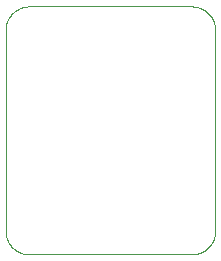
<source format=gbr>
%TF.GenerationSoftware,Flux,Pcbnew,7.0.11-7.0.11~ubuntu20.04.1*%
%TF.CreationDate,2025-02-07T02:19:33+00:00*%
%TF.ProjectId,input,696e7075-742e-46b6-9963-61645f706362,rev?*%
%TF.SameCoordinates,Original*%
%TF.FileFunction,Profile,NP*%
%FSLAX46Y46*%
G04 Gerber Fmt 4.6, Leading zero omitted, Abs format (unit mm)*
G04 Filename: imu-plus-motor-driver-2*
G04 Build it with Flux! Visit our site at: https://www.flux.ai (PCBNEW 7.0.11-7.0.11~ubuntu20.04.1) date 2025-02-07 02:19:33*
%MOMM*%
%LPD*%
G01*
G04 APERTURE LIST*
%TA.AperFunction,Profile*%
%ADD10C,0.050000*%
%TD*%
G04 APERTURE END LIST*
D10*
X-9113400Y-7855400D02*
X-9137943Y-7855249D01*
X-9137943Y-7855249D02*
X-9162482Y-7854798D01*
X-9162482Y-7854798D02*
X-9187014Y-7854045D01*
X-9187014Y-7854045D02*
X-9211535Y-7852991D01*
X-9211535Y-7852991D02*
X-9236041Y-7851636D01*
X-9236041Y-7851636D02*
X-9260529Y-7849981D01*
X-9260529Y-7849981D02*
X-9284995Y-7848025D01*
X-9284995Y-7848025D02*
X-9309434Y-7845769D01*
X-9309434Y-7845769D02*
X-9333844Y-7843214D01*
X-9333844Y-7843214D02*
X-9358221Y-7840359D01*
X-9358221Y-7840359D02*
X-9382561Y-7837205D01*
X-9382561Y-7837205D02*
X-9406861Y-7833753D01*
X-9406861Y-7833753D02*
X-9431116Y-7830003D01*
X-9431116Y-7830003D02*
X-9455324Y-7825955D01*
X-9455324Y-7825955D02*
X-9479480Y-7821611D01*
X-9479480Y-7821611D02*
X-9503581Y-7816971D01*
X-9503581Y-7816971D02*
X-9527623Y-7812035D01*
X-9527623Y-7812035D02*
X-9551602Y-7806804D01*
X-9551602Y-7806804D02*
X-9575516Y-7801280D01*
X-9575516Y-7801280D02*
X-9599360Y-7795463D01*
X-9599360Y-7795463D02*
X-9623131Y-7789353D01*
X-9623131Y-7789353D02*
X-9646826Y-7782952D01*
X-9646826Y-7782952D02*
X-9670439Y-7776261D01*
X-9670439Y-7776261D02*
X-9693969Y-7769281D01*
X-9693969Y-7769281D02*
X-9717412Y-7762012D01*
X-9717412Y-7762012D02*
X-9740763Y-7754456D01*
X-9740763Y-7754456D02*
X-9764021Y-7746615D01*
X-9764021Y-7746615D02*
X-9787180Y-7738488D01*
X-9787180Y-7738488D02*
X-9810237Y-7730078D01*
X-9810237Y-7730078D02*
X-9833190Y-7721386D01*
X-9833190Y-7721386D02*
X-9856034Y-7712412D01*
X-9856034Y-7712412D02*
X-9878767Y-7703159D01*
X-9878767Y-7703159D02*
X-9901384Y-7693628D01*
X-9901384Y-7693628D02*
X-9923883Y-7683820D01*
X-9923883Y-7683820D02*
X-9946259Y-7673736D01*
X-9946259Y-7673736D02*
X-9968510Y-7663379D01*
X-9968510Y-7663379D02*
X-9990632Y-7652749D01*
X-9990632Y-7652749D02*
X-10012623Y-7641849D01*
X-10012623Y-7641849D02*
X-10034477Y-7630679D01*
X-10034477Y-7630679D02*
X-10056193Y-7619243D01*
X-10056193Y-7619243D02*
X-10077768Y-7607540D01*
X-10077768Y-7607540D02*
X-10099196Y-7595574D01*
X-10099196Y-7595574D02*
X-10120477Y-7583346D01*
X-10120477Y-7583346D02*
X-10141605Y-7570857D01*
X-10141605Y-7570857D02*
X-10162579Y-7558110D01*
X-10162579Y-7558110D02*
X-10183395Y-7545107D01*
X-10183395Y-7545107D02*
X-10204050Y-7531849D01*
X-10204050Y-7531849D02*
X-10224540Y-7518339D01*
X-10224540Y-7518339D02*
X-10244864Y-7504579D01*
X-10244864Y-7504579D02*
X-10265016Y-7490570D01*
X-10265016Y-7490570D02*
X-10284996Y-7476314D01*
X-10284996Y-7476314D02*
X-10304799Y-7461815D01*
X-10304799Y-7461815D02*
X-10324422Y-7447074D01*
X-10324422Y-7447074D02*
X-10343863Y-7432093D01*
X-10343863Y-7432093D02*
X-10363119Y-7416874D01*
X-10363119Y-7416874D02*
X-10382187Y-7401421D01*
X-10382187Y-7401421D02*
X-10401063Y-7385735D01*
X-10401063Y-7385735D02*
X-10419746Y-7369818D01*
X-10419746Y-7369818D02*
X-10438232Y-7353673D01*
X-10438232Y-7353673D02*
X-10456518Y-7337302D01*
X-10456518Y-7337302D02*
X-10474602Y-7320709D01*
X-10474602Y-7320709D02*
X-10492481Y-7303894D01*
X-10492481Y-7303894D02*
X-10510152Y-7286862D01*
X-10510152Y-7286862D02*
X-10527614Y-7269614D01*
X-10527614Y-7269614D02*
X-10544862Y-7252152D01*
X-10544862Y-7252152D02*
X-10561894Y-7234481D01*
X-10561894Y-7234481D02*
X-10578709Y-7216602D01*
X-10578709Y-7216602D02*
X-10595302Y-7198518D01*
X-10595302Y-7198518D02*
X-10611673Y-7180232D01*
X-10611673Y-7180232D02*
X-10627818Y-7161746D01*
X-10627818Y-7161746D02*
X-10643735Y-7143063D01*
X-10643735Y-7143063D02*
X-10659421Y-7124187D01*
X-10659421Y-7124187D02*
X-10674874Y-7105119D01*
X-10674874Y-7105119D02*
X-10690093Y-7085863D01*
X-10690093Y-7085863D02*
X-10705074Y-7066422D01*
X-10705074Y-7066422D02*
X-10719815Y-7046799D01*
X-10719815Y-7046799D02*
X-10734314Y-7026996D01*
X-10734314Y-7026996D02*
X-10748570Y-7007016D01*
X-10748570Y-7007016D02*
X-10762579Y-6986864D01*
X-10762579Y-6986864D02*
X-10776339Y-6966540D01*
X-10776339Y-6966540D02*
X-10789849Y-6946050D01*
X-10789849Y-6946050D02*
X-10803107Y-6925395D01*
X-10803107Y-6925395D02*
X-10816110Y-6904579D01*
X-10816110Y-6904579D02*
X-10828857Y-6883605D01*
X-10828857Y-6883605D02*
X-10841346Y-6862477D01*
X-10841346Y-6862477D02*
X-10853574Y-6841196D01*
X-10853574Y-6841196D02*
X-10865540Y-6819768D01*
X-10865540Y-6819768D02*
X-10877243Y-6798193D01*
X-10877243Y-6798193D02*
X-10888679Y-6776477D01*
X-10888679Y-6776477D02*
X-10899849Y-6754623D01*
X-10899849Y-6754623D02*
X-10910749Y-6732632D01*
X-10910749Y-6732632D02*
X-10921379Y-6710510D01*
X-10921379Y-6710510D02*
X-10931736Y-6688259D01*
X-10931736Y-6688259D02*
X-10941820Y-6665883D01*
X-10941820Y-6665883D02*
X-10951628Y-6643384D01*
X-10951628Y-6643384D02*
X-10961159Y-6620767D01*
X-10961159Y-6620767D02*
X-10970412Y-6598034D01*
X-10970412Y-6598034D02*
X-10979386Y-6575190D01*
X-10979386Y-6575190D02*
X-10988078Y-6552237D01*
X-10988078Y-6552237D02*
X-10996488Y-6529180D01*
X-10996488Y-6529180D02*
X-11004615Y-6506021D01*
X-11004615Y-6506021D02*
X-11012456Y-6482763D01*
X-11012456Y-6482763D02*
X-11020012Y-6459412D01*
X-11020012Y-6459412D02*
X-11027281Y-6435969D01*
X-11027281Y-6435969D02*
X-11034261Y-6412439D01*
X-11034261Y-6412439D02*
X-11040952Y-6388826D01*
X-11040952Y-6388826D02*
X-11047353Y-6365131D01*
X-11047353Y-6365131D02*
X-11053463Y-6341360D01*
X-11053463Y-6341360D02*
X-11059280Y-6317516D01*
X-11059280Y-6317516D02*
X-11064804Y-6293602D01*
X-11064804Y-6293602D02*
X-11070035Y-6269623D01*
X-11070035Y-6269623D02*
X-11074971Y-6245581D01*
X-11074971Y-6245581D02*
X-11079611Y-6221480D01*
X-11079611Y-6221480D02*
X-11083955Y-6197324D01*
X-11083955Y-6197324D02*
X-11088003Y-6173116D01*
X-11088003Y-6173116D02*
X-11091753Y-6148861D01*
X-11091753Y-6148861D02*
X-11095205Y-6124561D01*
X-11095205Y-6124561D02*
X-11098359Y-6100221D01*
X-11098359Y-6100221D02*
X-11101214Y-6075844D01*
X-11101214Y-6075844D02*
X-11103769Y-6051434D01*
X-11103769Y-6051434D02*
X-11106025Y-6026995D01*
X-11106025Y-6026995D02*
X-11107981Y-6002529D01*
X-11107981Y-6002529D02*
X-11109636Y-5978041D01*
X-11109636Y-5978041D02*
X-11110991Y-5953535D01*
X-11110991Y-5953535D02*
X-11112045Y-5929014D01*
X-11112045Y-5929014D02*
X-11112798Y-5904482D01*
X-11112798Y-5904482D02*
X-11113249Y-5879943D01*
X-11113249Y-5879943D02*
X-11113400Y-5855400D01*
X-11113400Y-5855400D02*
X-11113400Y11144600D01*
X-11113400Y11144600D02*
X-11113249Y11169143D01*
X-11113249Y11169143D02*
X-11112798Y11193682D01*
X-11112798Y11193682D02*
X-11112045Y11218214D01*
X-11112045Y11218214D02*
X-11110991Y11242735D01*
X-11110991Y11242735D02*
X-11109636Y11267241D01*
X-11109636Y11267241D02*
X-11107981Y11291729D01*
X-11107981Y11291729D02*
X-11106025Y11316195D01*
X-11106025Y11316195D02*
X-11103769Y11340634D01*
X-11103769Y11340634D02*
X-11101214Y11365044D01*
X-11101214Y11365044D02*
X-11098359Y11389421D01*
X-11098359Y11389421D02*
X-11095205Y11413761D01*
X-11095205Y11413761D02*
X-11091753Y11438061D01*
X-11091753Y11438061D02*
X-11088003Y11462316D01*
X-11088003Y11462316D02*
X-11083955Y11486524D01*
X-11083955Y11486524D02*
X-11079611Y11510680D01*
X-11079611Y11510680D02*
X-11074971Y11534781D01*
X-11074971Y11534781D02*
X-11070035Y11558823D01*
X-11070035Y11558823D02*
X-11064804Y11582802D01*
X-11064804Y11582802D02*
X-11059280Y11606716D01*
X-11059280Y11606716D02*
X-11053463Y11630560D01*
X-11053463Y11630560D02*
X-11047353Y11654331D01*
X-11047353Y11654331D02*
X-11040952Y11678026D01*
X-11040952Y11678026D02*
X-11034261Y11701639D01*
X-11034261Y11701639D02*
X-11027281Y11725169D01*
X-11027281Y11725169D02*
X-11020012Y11748612D01*
X-11020012Y11748612D02*
X-11012456Y11771963D01*
X-11012456Y11771963D02*
X-11004615Y11795221D01*
X-11004615Y11795221D02*
X-10996488Y11818380D01*
X-10996488Y11818380D02*
X-10988078Y11841437D01*
X-10988078Y11841437D02*
X-10979386Y11864390D01*
X-10979386Y11864390D02*
X-10970412Y11887234D01*
X-10970412Y11887234D02*
X-10961159Y11909967D01*
X-10961159Y11909967D02*
X-10951628Y11932584D01*
X-10951628Y11932584D02*
X-10941820Y11955083D01*
X-10941820Y11955083D02*
X-10931736Y11977459D01*
X-10931736Y11977459D02*
X-10921379Y11999710D01*
X-10921379Y11999710D02*
X-10910749Y12021832D01*
X-10910749Y12021832D02*
X-10899849Y12043823D01*
X-10899849Y12043823D02*
X-10888679Y12065677D01*
X-10888679Y12065677D02*
X-10877243Y12087393D01*
X-10877243Y12087393D02*
X-10865540Y12108968D01*
X-10865540Y12108968D02*
X-10853574Y12130396D01*
X-10853574Y12130396D02*
X-10841346Y12151677D01*
X-10841346Y12151677D02*
X-10828857Y12172805D01*
X-10828857Y12172805D02*
X-10816110Y12193779D01*
X-10816110Y12193779D02*
X-10803107Y12214595D01*
X-10803107Y12214595D02*
X-10789849Y12235250D01*
X-10789849Y12235250D02*
X-10776339Y12255740D01*
X-10776339Y12255740D02*
X-10762579Y12276064D01*
X-10762579Y12276064D02*
X-10748570Y12296216D01*
X-10748570Y12296216D02*
X-10734314Y12316196D01*
X-10734314Y12316196D02*
X-10719815Y12335999D01*
X-10719815Y12335999D02*
X-10705074Y12355622D01*
X-10705074Y12355622D02*
X-10690093Y12375063D01*
X-10690093Y12375063D02*
X-10674874Y12394319D01*
X-10674874Y12394319D02*
X-10659421Y12413387D01*
X-10659421Y12413387D02*
X-10643735Y12432263D01*
X-10643735Y12432263D02*
X-10627818Y12450946D01*
X-10627818Y12450946D02*
X-10611673Y12469432D01*
X-10611673Y12469432D02*
X-10595302Y12487718D01*
X-10595302Y12487718D02*
X-10578709Y12505802D01*
X-10578709Y12505802D02*
X-10561894Y12523681D01*
X-10561894Y12523681D02*
X-10544862Y12541352D01*
X-10544862Y12541352D02*
X-10527614Y12558814D01*
X-10527614Y12558814D02*
X-10510152Y12576062D01*
X-10510152Y12576062D02*
X-10492481Y12593094D01*
X-10492481Y12593094D02*
X-10474602Y12609909D01*
X-10474602Y12609909D02*
X-10456518Y12626502D01*
X-10456518Y12626502D02*
X-10438232Y12642873D01*
X-10438232Y12642873D02*
X-10419746Y12659018D01*
X-10419746Y12659018D02*
X-10401063Y12674935D01*
X-10401063Y12674935D02*
X-10382187Y12690621D01*
X-10382187Y12690621D02*
X-10363119Y12706074D01*
X-10363119Y12706074D02*
X-10343863Y12721293D01*
X-10343863Y12721293D02*
X-10324422Y12736274D01*
X-10324422Y12736274D02*
X-10304799Y12751015D01*
X-10304799Y12751015D02*
X-10284996Y12765514D01*
X-10284996Y12765514D02*
X-10265016Y12779770D01*
X-10265016Y12779770D02*
X-10244864Y12793779D01*
X-10244864Y12793779D02*
X-10224540Y12807539D01*
X-10224540Y12807539D02*
X-10204050Y12821049D01*
X-10204050Y12821049D02*
X-10183395Y12834307D01*
X-10183395Y12834307D02*
X-10162579Y12847310D01*
X-10162579Y12847310D02*
X-10141605Y12860057D01*
X-10141605Y12860057D02*
X-10120477Y12872546D01*
X-10120477Y12872546D02*
X-10099196Y12884774D01*
X-10099196Y12884774D02*
X-10077768Y12896740D01*
X-10077768Y12896740D02*
X-10056193Y12908443D01*
X-10056193Y12908443D02*
X-10034477Y12919879D01*
X-10034477Y12919879D02*
X-10012623Y12931049D01*
X-10012623Y12931049D02*
X-9990632Y12941949D01*
X-9990632Y12941949D02*
X-9968510Y12952579D01*
X-9968510Y12952579D02*
X-9946259Y12962936D01*
X-9946259Y12962936D02*
X-9923883Y12973020D01*
X-9923883Y12973020D02*
X-9901384Y12982828D01*
X-9901384Y12982828D02*
X-9878767Y12992359D01*
X-9878767Y12992359D02*
X-9856034Y13001612D01*
X-9856034Y13001612D02*
X-9833190Y13010586D01*
X-9833190Y13010586D02*
X-9810237Y13019278D01*
X-9810237Y13019278D02*
X-9787180Y13027688D01*
X-9787180Y13027688D02*
X-9764021Y13035815D01*
X-9764021Y13035815D02*
X-9740763Y13043656D01*
X-9740763Y13043656D02*
X-9717412Y13051212D01*
X-9717412Y13051212D02*
X-9693969Y13058481D01*
X-9693969Y13058481D02*
X-9670439Y13065461D01*
X-9670439Y13065461D02*
X-9646826Y13072152D01*
X-9646826Y13072152D02*
X-9623131Y13078553D01*
X-9623131Y13078553D02*
X-9599360Y13084663D01*
X-9599360Y13084663D02*
X-9575516Y13090480D01*
X-9575516Y13090480D02*
X-9551602Y13096004D01*
X-9551602Y13096004D02*
X-9527623Y13101235D01*
X-9527623Y13101235D02*
X-9503581Y13106171D01*
X-9503581Y13106171D02*
X-9479480Y13110811D01*
X-9479480Y13110811D02*
X-9455324Y13115155D01*
X-9455324Y13115155D02*
X-9431116Y13119203D01*
X-9431116Y13119203D02*
X-9406861Y13122953D01*
X-9406861Y13122953D02*
X-9382561Y13126405D01*
X-9382561Y13126405D02*
X-9358221Y13129559D01*
X-9358221Y13129559D02*
X-9333844Y13132414D01*
X-9333844Y13132414D02*
X-9309434Y13134969D01*
X-9309434Y13134969D02*
X-9284995Y13137225D01*
X-9284995Y13137225D02*
X-9260529Y13139181D01*
X-9260529Y13139181D02*
X-9236041Y13140836D01*
X-9236041Y13140836D02*
X-9211535Y13142191D01*
X-9211535Y13142191D02*
X-9187014Y13143245D01*
X-9187014Y13143245D02*
X-9162482Y13143998D01*
X-9162482Y13143998D02*
X-9137943Y13144449D01*
X-9137943Y13144449D02*
X-9113400Y13144600D01*
X-9113400Y13144600D02*
X4636600Y13144600D01*
X4636600Y13144600D02*
X4661143Y13144449D01*
X4661143Y13144449D02*
X4685682Y13143998D01*
X4685682Y13143998D02*
X4710214Y13143245D01*
X4710214Y13143245D02*
X4734735Y13142191D01*
X4734735Y13142191D02*
X4759241Y13140836D01*
X4759241Y13140836D02*
X4783729Y13139181D01*
X4783729Y13139181D02*
X4808195Y13137225D01*
X4808195Y13137225D02*
X4832634Y13134969D01*
X4832634Y13134969D02*
X4857044Y13132414D01*
X4857044Y13132414D02*
X4881421Y13129559D01*
X4881421Y13129559D02*
X4905761Y13126405D01*
X4905761Y13126405D02*
X4930061Y13122953D01*
X4930061Y13122953D02*
X4954316Y13119203D01*
X4954316Y13119203D02*
X4978524Y13115155D01*
X4978524Y13115155D02*
X5002680Y13110811D01*
X5002680Y13110811D02*
X5026781Y13106171D01*
X5026781Y13106171D02*
X5050823Y13101235D01*
X5050823Y13101235D02*
X5074802Y13096004D01*
X5074802Y13096004D02*
X5098716Y13090480D01*
X5098716Y13090480D02*
X5122560Y13084663D01*
X5122560Y13084663D02*
X5146331Y13078553D01*
X5146331Y13078553D02*
X5170026Y13072152D01*
X5170026Y13072152D02*
X5193639Y13065461D01*
X5193639Y13065461D02*
X5217169Y13058481D01*
X5217169Y13058481D02*
X5240612Y13051212D01*
X5240612Y13051212D02*
X5263963Y13043656D01*
X5263963Y13043656D02*
X5287221Y13035815D01*
X5287221Y13035815D02*
X5310380Y13027688D01*
X5310380Y13027688D02*
X5333437Y13019278D01*
X5333437Y13019278D02*
X5356390Y13010586D01*
X5356390Y13010586D02*
X5379234Y13001612D01*
X5379234Y13001612D02*
X5401967Y12992359D01*
X5401967Y12992359D02*
X5424584Y12982828D01*
X5424584Y12982828D02*
X5447083Y12973020D01*
X5447083Y12973020D02*
X5469459Y12962936D01*
X5469459Y12962936D02*
X5491710Y12952579D01*
X5491710Y12952579D02*
X5513832Y12941949D01*
X5513832Y12941949D02*
X5535823Y12931049D01*
X5535823Y12931049D02*
X5557677Y12919879D01*
X5557677Y12919879D02*
X5579393Y12908443D01*
X5579393Y12908443D02*
X5600968Y12896740D01*
X5600968Y12896740D02*
X5622396Y12884774D01*
X5622396Y12884774D02*
X5643677Y12872546D01*
X5643677Y12872546D02*
X5664805Y12860057D01*
X5664805Y12860057D02*
X5685779Y12847310D01*
X5685779Y12847310D02*
X5706595Y12834307D01*
X5706595Y12834307D02*
X5727250Y12821049D01*
X5727250Y12821049D02*
X5747740Y12807539D01*
X5747740Y12807539D02*
X5768064Y12793779D01*
X5768064Y12793779D02*
X5788216Y12779770D01*
X5788216Y12779770D02*
X5808196Y12765514D01*
X5808196Y12765514D02*
X5827999Y12751015D01*
X5827999Y12751015D02*
X5847622Y12736274D01*
X5847622Y12736274D02*
X5867063Y12721293D01*
X5867063Y12721293D02*
X5886319Y12706074D01*
X5886319Y12706074D02*
X5905387Y12690621D01*
X5905387Y12690621D02*
X5924263Y12674935D01*
X5924263Y12674935D02*
X5942946Y12659018D01*
X5942946Y12659018D02*
X5961432Y12642873D01*
X5961432Y12642873D02*
X5979718Y12626502D01*
X5979718Y12626502D02*
X5997802Y12609909D01*
X5997802Y12609909D02*
X6015681Y12593094D01*
X6015681Y12593094D02*
X6033352Y12576062D01*
X6033352Y12576062D02*
X6050814Y12558814D01*
X6050814Y12558814D02*
X6068062Y12541352D01*
X6068062Y12541352D02*
X6085094Y12523681D01*
X6085094Y12523681D02*
X6101909Y12505802D01*
X6101909Y12505802D02*
X6118502Y12487718D01*
X6118502Y12487718D02*
X6134873Y12469432D01*
X6134873Y12469432D02*
X6151018Y12450946D01*
X6151018Y12450946D02*
X6166935Y12432263D01*
X6166935Y12432263D02*
X6182621Y12413387D01*
X6182621Y12413387D02*
X6198074Y12394319D01*
X6198074Y12394319D02*
X6213293Y12375063D01*
X6213293Y12375063D02*
X6228274Y12355622D01*
X6228274Y12355622D02*
X6243015Y12335999D01*
X6243015Y12335999D02*
X6257514Y12316196D01*
X6257514Y12316196D02*
X6271770Y12296216D01*
X6271770Y12296216D02*
X6285779Y12276064D01*
X6285779Y12276064D02*
X6299539Y12255740D01*
X6299539Y12255740D02*
X6313049Y12235250D01*
X6313049Y12235250D02*
X6326307Y12214595D01*
X6326307Y12214595D02*
X6339310Y12193779D01*
X6339310Y12193779D02*
X6352057Y12172805D01*
X6352057Y12172805D02*
X6364546Y12151677D01*
X6364546Y12151677D02*
X6376774Y12130396D01*
X6376774Y12130396D02*
X6388740Y12108968D01*
X6388740Y12108968D02*
X6400443Y12087393D01*
X6400443Y12087393D02*
X6411879Y12065677D01*
X6411879Y12065677D02*
X6423049Y12043823D01*
X6423049Y12043823D02*
X6433949Y12021832D01*
X6433949Y12021832D02*
X6444579Y11999710D01*
X6444579Y11999710D02*
X6454936Y11977459D01*
X6454936Y11977459D02*
X6465020Y11955083D01*
X6465020Y11955083D02*
X6474828Y11932584D01*
X6474828Y11932584D02*
X6484359Y11909967D01*
X6484359Y11909967D02*
X6493612Y11887234D01*
X6493612Y11887234D02*
X6502586Y11864390D01*
X6502586Y11864390D02*
X6511278Y11841437D01*
X6511278Y11841437D02*
X6519688Y11818380D01*
X6519688Y11818380D02*
X6527815Y11795221D01*
X6527815Y11795221D02*
X6535656Y11771963D01*
X6535656Y11771963D02*
X6543212Y11748612D01*
X6543212Y11748612D02*
X6550481Y11725169D01*
X6550481Y11725169D02*
X6557461Y11701639D01*
X6557461Y11701639D02*
X6564152Y11678026D01*
X6564152Y11678026D02*
X6570553Y11654331D01*
X6570553Y11654331D02*
X6576663Y11630560D01*
X6576663Y11630560D02*
X6582480Y11606716D01*
X6582480Y11606716D02*
X6588004Y11582802D01*
X6588004Y11582802D02*
X6593235Y11558823D01*
X6593235Y11558823D02*
X6598171Y11534781D01*
X6598171Y11534781D02*
X6602811Y11510680D01*
X6602811Y11510680D02*
X6607155Y11486524D01*
X6607155Y11486524D02*
X6611203Y11462316D01*
X6611203Y11462316D02*
X6614953Y11438061D01*
X6614953Y11438061D02*
X6618405Y11413761D01*
X6618405Y11413761D02*
X6621559Y11389421D01*
X6621559Y11389421D02*
X6624414Y11365044D01*
X6624414Y11365044D02*
X6626969Y11340634D01*
X6626969Y11340634D02*
X6629225Y11316195D01*
X6629225Y11316195D02*
X6631181Y11291729D01*
X6631181Y11291729D02*
X6632836Y11267241D01*
X6632836Y11267241D02*
X6634191Y11242735D01*
X6634191Y11242735D02*
X6635245Y11218214D01*
X6635245Y11218214D02*
X6635998Y11193682D01*
X6635998Y11193682D02*
X6636449Y11169143D01*
X6636449Y11169143D02*
X6636600Y11144600D01*
X6636600Y11144600D02*
X6636600Y-5855400D01*
X6636600Y-5855400D02*
X6636449Y-5879943D01*
X6636449Y-5879943D02*
X6635998Y-5904482D01*
X6635998Y-5904482D02*
X6635245Y-5929014D01*
X6635245Y-5929014D02*
X6634191Y-5953535D01*
X6634191Y-5953535D02*
X6632836Y-5978041D01*
X6632836Y-5978041D02*
X6631181Y-6002529D01*
X6631181Y-6002529D02*
X6629225Y-6026995D01*
X6629225Y-6026995D02*
X6626969Y-6051434D01*
X6626969Y-6051434D02*
X6624414Y-6075844D01*
X6624414Y-6075844D02*
X6621559Y-6100221D01*
X6621559Y-6100221D02*
X6618405Y-6124561D01*
X6618405Y-6124561D02*
X6614953Y-6148861D01*
X6614953Y-6148861D02*
X6611203Y-6173116D01*
X6611203Y-6173116D02*
X6607155Y-6197324D01*
X6607155Y-6197324D02*
X6602811Y-6221480D01*
X6602811Y-6221480D02*
X6598171Y-6245581D01*
X6598171Y-6245581D02*
X6593235Y-6269623D01*
X6593235Y-6269623D02*
X6588004Y-6293602D01*
X6588004Y-6293602D02*
X6582480Y-6317516D01*
X6582480Y-6317516D02*
X6576663Y-6341360D01*
X6576663Y-6341360D02*
X6570553Y-6365131D01*
X6570553Y-6365131D02*
X6564152Y-6388826D01*
X6564152Y-6388826D02*
X6557461Y-6412439D01*
X6557461Y-6412439D02*
X6550481Y-6435969D01*
X6550481Y-6435969D02*
X6543212Y-6459412D01*
X6543212Y-6459412D02*
X6535656Y-6482763D01*
X6535656Y-6482763D02*
X6527815Y-6506021D01*
X6527815Y-6506021D02*
X6519688Y-6529180D01*
X6519688Y-6529180D02*
X6511278Y-6552237D01*
X6511278Y-6552237D02*
X6502586Y-6575190D01*
X6502586Y-6575190D02*
X6493612Y-6598034D01*
X6493612Y-6598034D02*
X6484359Y-6620767D01*
X6484359Y-6620767D02*
X6474828Y-6643384D01*
X6474828Y-6643384D02*
X6465020Y-6665883D01*
X6465020Y-6665883D02*
X6454936Y-6688259D01*
X6454936Y-6688259D02*
X6444579Y-6710510D01*
X6444579Y-6710510D02*
X6433949Y-6732632D01*
X6433949Y-6732632D02*
X6423049Y-6754623D01*
X6423049Y-6754623D02*
X6411879Y-6776477D01*
X6411879Y-6776477D02*
X6400443Y-6798193D01*
X6400443Y-6798193D02*
X6388740Y-6819768D01*
X6388740Y-6819768D02*
X6376774Y-6841196D01*
X6376774Y-6841196D02*
X6364546Y-6862477D01*
X6364546Y-6862477D02*
X6352057Y-6883605D01*
X6352057Y-6883605D02*
X6339310Y-6904579D01*
X6339310Y-6904579D02*
X6326307Y-6925395D01*
X6326307Y-6925395D02*
X6313049Y-6946050D01*
X6313049Y-6946050D02*
X6299539Y-6966540D01*
X6299539Y-6966540D02*
X6285779Y-6986864D01*
X6285779Y-6986864D02*
X6271770Y-7007016D01*
X6271770Y-7007016D02*
X6257514Y-7026996D01*
X6257514Y-7026996D02*
X6243015Y-7046799D01*
X6243015Y-7046799D02*
X6228274Y-7066422D01*
X6228274Y-7066422D02*
X6213293Y-7085863D01*
X6213293Y-7085863D02*
X6198074Y-7105119D01*
X6198074Y-7105119D02*
X6182621Y-7124187D01*
X6182621Y-7124187D02*
X6166935Y-7143063D01*
X6166935Y-7143063D02*
X6151018Y-7161746D01*
X6151018Y-7161746D02*
X6134873Y-7180232D01*
X6134873Y-7180232D02*
X6118502Y-7198518D01*
X6118502Y-7198518D02*
X6101909Y-7216602D01*
X6101909Y-7216602D02*
X6085094Y-7234481D01*
X6085094Y-7234481D02*
X6068062Y-7252152D01*
X6068062Y-7252152D02*
X6050814Y-7269614D01*
X6050814Y-7269614D02*
X6033352Y-7286862D01*
X6033352Y-7286862D02*
X6015681Y-7303894D01*
X6015681Y-7303894D02*
X5997802Y-7320709D01*
X5997802Y-7320709D02*
X5979718Y-7337302D01*
X5979718Y-7337302D02*
X5961432Y-7353673D01*
X5961432Y-7353673D02*
X5942946Y-7369818D01*
X5942946Y-7369818D02*
X5924263Y-7385735D01*
X5924263Y-7385735D02*
X5905387Y-7401421D01*
X5905387Y-7401421D02*
X5886319Y-7416874D01*
X5886319Y-7416874D02*
X5867063Y-7432093D01*
X5867063Y-7432093D02*
X5847622Y-7447074D01*
X5847622Y-7447074D02*
X5827999Y-7461815D01*
X5827999Y-7461815D02*
X5808196Y-7476314D01*
X5808196Y-7476314D02*
X5788216Y-7490570D01*
X5788216Y-7490570D02*
X5768064Y-7504579D01*
X5768064Y-7504579D02*
X5747740Y-7518339D01*
X5747740Y-7518339D02*
X5727250Y-7531849D01*
X5727250Y-7531849D02*
X5706595Y-7545107D01*
X5706595Y-7545107D02*
X5685779Y-7558110D01*
X5685779Y-7558110D02*
X5664805Y-7570857D01*
X5664805Y-7570857D02*
X5643677Y-7583346D01*
X5643677Y-7583346D02*
X5622396Y-7595574D01*
X5622396Y-7595574D02*
X5600968Y-7607540D01*
X5600968Y-7607540D02*
X5579393Y-7619243D01*
X5579393Y-7619243D02*
X5557677Y-7630679D01*
X5557677Y-7630679D02*
X5535823Y-7641849D01*
X5535823Y-7641849D02*
X5513832Y-7652749D01*
X5513832Y-7652749D02*
X5491710Y-7663379D01*
X5491710Y-7663379D02*
X5469459Y-7673736D01*
X5469459Y-7673736D02*
X5447083Y-7683820D01*
X5447083Y-7683820D02*
X5424584Y-7693628D01*
X5424584Y-7693628D02*
X5401967Y-7703159D01*
X5401967Y-7703159D02*
X5379234Y-7712412D01*
X5379234Y-7712412D02*
X5356390Y-7721386D01*
X5356390Y-7721386D02*
X5333437Y-7730078D01*
X5333437Y-7730078D02*
X5310380Y-7738488D01*
X5310380Y-7738488D02*
X5287221Y-7746615D01*
X5287221Y-7746615D02*
X5263963Y-7754456D01*
X5263963Y-7754456D02*
X5240612Y-7762012D01*
X5240612Y-7762012D02*
X5217169Y-7769281D01*
X5217169Y-7769281D02*
X5193639Y-7776261D01*
X5193639Y-7776261D02*
X5170026Y-7782952D01*
X5170026Y-7782952D02*
X5146331Y-7789353D01*
X5146331Y-7789353D02*
X5122560Y-7795463D01*
X5122560Y-7795463D02*
X5098716Y-7801280D01*
X5098716Y-7801280D02*
X5074802Y-7806804D01*
X5074802Y-7806804D02*
X5050823Y-7812035D01*
X5050823Y-7812035D02*
X5026781Y-7816971D01*
X5026781Y-7816971D02*
X5002680Y-7821611D01*
X5002680Y-7821611D02*
X4978524Y-7825955D01*
X4978524Y-7825955D02*
X4954316Y-7830003D01*
X4954316Y-7830003D02*
X4930061Y-7833753D01*
X4930061Y-7833753D02*
X4905761Y-7837205D01*
X4905761Y-7837205D02*
X4881421Y-7840359D01*
X4881421Y-7840359D02*
X4857044Y-7843214D01*
X4857044Y-7843214D02*
X4832634Y-7845769D01*
X4832634Y-7845769D02*
X4808195Y-7848025D01*
X4808195Y-7848025D02*
X4783729Y-7849981D01*
X4783729Y-7849981D02*
X4759241Y-7851636D01*
X4759241Y-7851636D02*
X4734735Y-7852991D01*
X4734735Y-7852991D02*
X4710214Y-7854045D01*
X4710214Y-7854045D02*
X4685682Y-7854798D01*
X4685682Y-7854798D02*
X4661143Y-7855249D01*
X4661143Y-7855249D02*
X4636600Y-7855400D01*
X4636600Y-7855400D02*
X-9113400Y-7855400D01*
M02*

</source>
